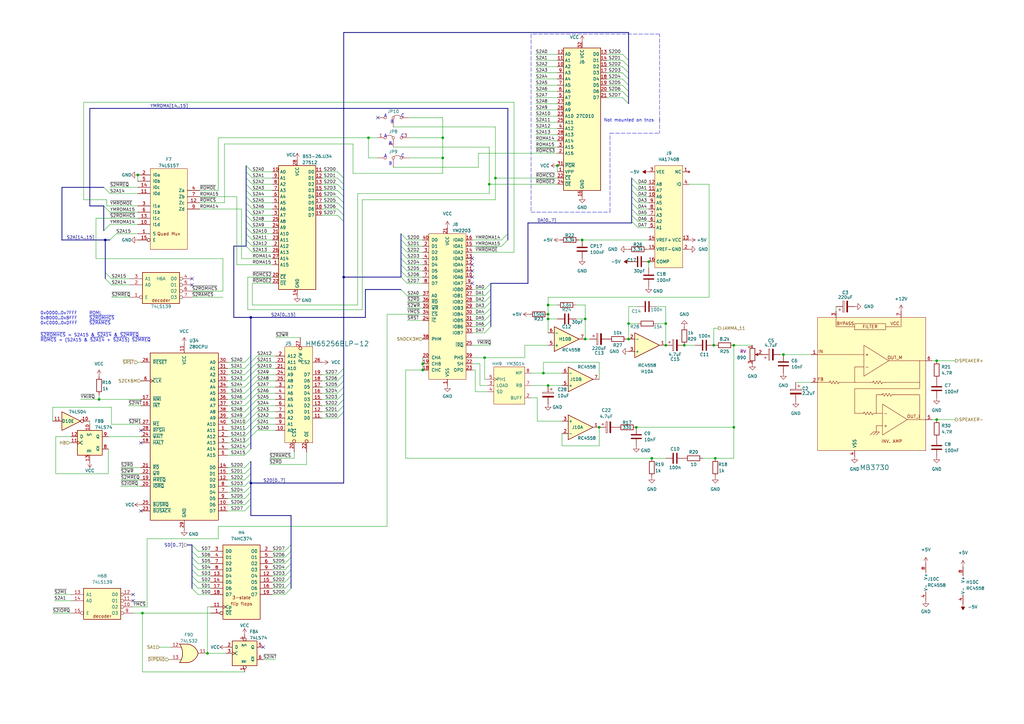
<source format=kicad_sch>
(kicad_sch (version 20211123) (generator eeschema)
  (paper "A3")
  (title_block (title "The NewZealand Story - P0-043A") (date "2022-11-16") (company "Ulf Skutnabba, twitter @skutis77"))
  (bus_alias "S2ROM" (members "~{ROMOE}" "ROMA15" "~{ROMCS}" "ROMA14"))
  (bus_alias "SROM" (members "~{ROMOE}" "ROMA[14..15]" "~{ROMCS}"))
  (junction (at 222.885 153.035))
  (junction (at 224.79 158.115))
  (junction (at 224.79 128.905))
  (junction (at 273.05 141.605))
  (junction (at 384.175 147.955))
  (junction (at 43.18 98.425))
  (junction (at 85.09 267.97))
  (junction (at 260.985 175.26))
  (junction (at 140.97 113.665))
  (junction (at 293.37 187.96))
  (junction (at 151.13 56.515))
  (junction (at 173.355 149.225))
  (junction (at 267.335 187.96))
  (junction (at 321.31 145.415))
  (junction (at 56.515 71.755))
  (junction (at 224.79 125.095))
  (junction (at 198.755 146.685))
  (junction (at 238.76 98.425))
  (junction (at 240.03 130.81))
  (junction (at 257.81 139.065))
  (junction (at 266.065 107.315))
  (junction (at 102.87 130.175))
  (junction (at 280.67 141.605))
  (junction (at 40.64 163.83))
  (junction (at 181.61 64.77))
  (junction (at 300.99 141.605))
  (junction (at 228.6 67.945))
  (junction (at 203.2 73.025))
  (junction (at 200.66 75.565))
  (junction (at 224.79 130.81))
  (junction (at 58.42 251.46))
  (junction (at 273.05 132.715))
  (junction (at 257.81 132.715))
  (junction (at 173.355 151.765))
  (junction (at 245.745 175.26))
  (junction (at 384.175 172.085))
  (junction (at 300.99 175.26))
  (junction (at 240.03 139.065))
  (junction (at 102.87 198.12))
  (junction (at 181.61 56.515))
  (junction (at 292.735 141.605))
  (no_connect (at 57.785 176.53))
  (no_connect (at 57.785 181.61))
  (no_connect (at 154.94 48.26))
  (no_connect (at 54.61 243.84))
  (no_connect (at 78.74 114.3))
  (no_connect (at 193.675 106.045))
  (no_connect (at 193.675 108.585))
  (no_connect (at 193.675 116.205))
  (no_connect (at 193.675 111.125))
  (no_connect (at 193.675 113.665))
  (no_connect (at 57.785 209.55))
  (no_connect (at 78.74 116.84))
  (no_connect (at 107.95 265.43))
  (no_connect (at 54.61 246.38))
  (bus_entry (at 164.465 103.505) (size 2.54 2.54))
  (bus_entry (at 259.08 73.025) (size 2.54 2.54))
  (bus_entry (at 116.84 243.84) (size 2.54 -2.54))
  (bus_entry (at 78.74 231.14) (size 2.54 2.54))
  (bus_entry (at 116.84 226.06) (size 2.54 -2.54))
  (bus_entry (at 201.295 133.985) (size -2.54 2.54))
  (bus_entry (at 138.43 161.29) (size 2.54 -2.54))
  (bus_entry (at 255.27 40.005) (size 2.54 2.54))
  (bus_entry (at 100.965 78.105) (size 2.54 2.54))
  (bus_entry (at 100.33 148.59) (size 2.54 -2.54))
  (bus_entry (at 201.295 121.285) (size -2.54 2.54))
  (bus_entry (at 100.965 70.485) (size 2.54 2.54))
  (bus_entry (at 205.74 98.425) (size 2.54 -2.54))
  (bus_entry (at 205.74 100.965) (size 2.54 -2.54))
  (bus_entry (at 138.43 85.725) (size 2.54 2.54))
  (bus_entry (at 100.33 166.37) (size 2.54 -2.54))
  (bus_entry (at 100.33 191.77) (size 2.54 -2.54))
  (bus_entry (at 100.33 181.61) (size 2.54 -2.54))
  (bus_entry (at 116.84 233.68) (size 2.54 -2.54))
  (bus_entry (at 138.43 83.185) (size 2.54 2.54))
  (bus_entry (at 116.84 228.6) (size 2.54 -2.54))
  (bus_entry (at 164.465 111.125) (size 2.54 2.54))
  (bus_entry (at 138.43 73.025) (size 2.54 2.54))
  (bus_entry (at 255.27 34.925) (size 2.54 2.54))
  (bus_entry (at 78.74 238.76) (size 2.54 2.54))
  (bus_entry (at 100.965 80.645) (size 2.54 2.54))
  (bus_entry (at 100.33 168.91) (size 2.54 -2.54))
  (bus_entry (at 116.84 231.14) (size 2.54 -2.54))
  (bus_entry (at 100.965 90.805) (size 2.54 2.54))
  (bus_entry (at 164.465 100.965) (size 2.54 2.54))
  (bus_entry (at 102.87 151.13) (size 2.54 -2.54))
  (bus_entry (at 78.74 228.6) (size 2.54 2.54))
  (bus_entry (at 138.43 80.645) (size 2.54 2.54))
  (bus_entry (at 100.33 207.01) (size 2.54 -2.54))
  (bus_entry (at 138.43 70.485) (size 2.54 2.54))
  (bus_entry (at 164.465 108.585) (size 2.54 2.54))
  (bus_entry (at 100.33 176.53) (size 2.54 -2.54))
  (bus_entry (at 164.465 95.885) (size 2.54 2.54))
  (bus_entry (at 259.08 80.645) (size 2.54 2.54))
  (bus_entry (at 100.965 75.565) (size 2.54 2.54))
  (bus_entry (at 102.87 179.07) (size 2.54 -2.54))
  (bus_entry (at 255.27 32.385) (size 2.54 2.54))
  (bus_entry (at 100.33 171.45) (size 2.54 -2.54))
  (bus_entry (at 102.87 173.99) (size 2.54 -2.54))
  (bus_entry (at 100.965 83.185) (size 2.54 2.54))
  (bus_entry (at 255.27 24.765) (size 2.54 2.54))
  (bus_entry (at 102.87 156.21) (size 2.54 -2.54))
  (bus_entry (at 259.08 75.565) (size 2.54 2.54))
  (bus_entry (at 100.33 163.83) (size 2.54 -2.54))
  (bus_entry (at 45.085 98.425) (size 2.54 -2.54))
  (bus_entry (at 42.545 76.835) (size 2.54 2.54))
  (bus_entry (at 43.18 111.76) (size 2.54 2.54))
  (bus_entry (at 43.18 114.3) (size 2.54 2.54))
  (bus_entry (at 100.965 67.945) (size 2.54 2.54))
  (bus_entry (at 164.465 118.745) (size 2.54 2.54))
  (bus_entry (at 100.33 194.31) (size 2.54 -2.54))
  (bus_entry (at 102.87 153.67) (size 2.54 -2.54))
  (bus_entry (at 138.43 168.91) (size 2.54 -2.54))
  (bus_entry (at 138.43 75.565) (size 2.54 2.54))
  (bus_entry (at 138.43 88.265) (size 2.54 2.54))
  (bus_entry (at 78.74 236.22) (size 2.54 2.54))
  (bus_entry (at 138.43 163.83) (size 2.54 -2.54))
  (bus_entry (at 100.965 98.425) (size 2.54 2.54))
  (bus_entry (at 100.33 204.47) (size 2.54 -2.54))
  (bus_entry (at 78.74 233.68) (size 2.54 2.54))
  (bus_entry (at 100.33 196.85) (size 2.54 -2.54))
  (bus_entry (at 102.87 163.83) (size 2.54 -2.54))
  (bus_entry (at 78.74 226.06) (size 2.54 2.54))
  (bus_entry (at 100.33 209.55) (size 2.54 -2.54))
  (bus_entry (at 78.74 241.3) (size 2.54 2.54))
  (bus_entry (at 100.965 88.265) (size 2.54 2.54))
  (bus_entry (at 138.43 158.75) (size 2.54 -2.54))
  (bus_entry (at 102.87 166.37) (size 2.54 -2.54))
  (bus_entry (at 138.43 166.37) (size 2.54 -2.54))
  (bus_entry (at 42.545 94.615) (size 2.54 -2.54))
  (bus_entry (at 42.545 84.455) (size 2.54 2.54))
  (bus_entry (at 259.08 85.725) (size 2.54 2.54))
  (bus_entry (at 255.27 27.305) (size 2.54 2.54))
  (bus_entry (at 201.295 118.745) (size -2.54 2.54))
  (bus_entry (at 259.08 78.105) (size 2.54 2.54))
  (bus_entry (at 100.33 153.67) (size 2.54 -2.54))
  (bus_entry (at 100.33 173.99) (size 2.54 -2.54))
  (bus_entry (at 116.84 238.76) (size 2.54 -2.54))
  (bus_entry (at 259.08 90.805) (size 2.54 2.54))
  (bus_entry (at 164.465 98.425) (size 2.54 2.54))
  (bus_entry (at 138.43 78.105) (size 2.54 2.54))
  (bus_entry (at 259.08 88.265) (size 2.54 2.54))
  (bus_entry (at 138.43 156.21) (size 2.54 -2.54))
  (bus_entry (at 100.965 73.025) (size 2.54 2.54))
  (bus_entry (at 100.33 201.93) (size 2.54 -2.54))
  (bus_entry (at 100.33 199.39) (size 2.54 -2.54))
  (bus_entry (at 164.465 106.045) (size 2.54 2.54))
  (bus_entry (at 259.08 83.185) (size 2.54 2.54))
  (bus_entry (at 102.87 158.75) (size 2.54 -2.54))
  (bus_entry (at 164.465 113.665) (size 2.54 2.54))
  (bus_entry (at 102.87 168.91) (size 2.54 -2.54))
  (bus_entry (at 201.295 128.905) (size -2.54 2.54))
  (bus_entry (at 100.33 158.75) (size 2.54 -2.54))
  (bus_entry (at 100.33 179.07) (size 2.54 -2.54))
  (bus_entry (at 102.87 161.29) (size 2.54 -2.54))
  (bus_entry (at 100.33 186.69) (size 2.54 -2.54))
  (bus_entry (at 100.965 85.725) (size 2.54 2.54))
  (bus_entry (at 116.84 241.3) (size 2.54 -2.54))
  (bus_entry (at 100.965 95.885) (size 2.54 2.54))
  (bus_entry (at 102.87 171.45) (size 2.54 -2.54))
  (bus_entry (at 201.295 131.445) (size -2.54 2.54))
  (bus_entry (at 116.84 236.22) (size 2.54 -2.54))
  (bus_entry (at 100.33 161.29) (size 2.54 -2.54))
  (bus_entry (at 255.27 22.225) (size 2.54 2.54))
  (bus_entry (at 100.965 100.965) (size 2.54 2.54))
  (bus_entry (at 100.33 151.13) (size 2.54 -2.54))
  (bus_entry (at 255.27 29.845) (size 2.54 2.54))
  (bus_entry (at 201.295 123.825) (size -2.54 2.54))
  (bus_entry (at 201.295 116.205) (size -2.54 2.54))
  (bus_entry (at 78.74 223.52) (size 2.54 2.54))
  (bus_entry (at 102.87 148.59) (size 2.54 -2.54))
  (bus_entry (at 138.43 153.67) (size 2.54 -2.54))
  (bus_entry (at 100.965 93.345) (size 2.54 2.54))
  (bus_entry (at 100.33 184.15) (size 2.54 -2.54))
  (bus_entry (at 138.43 171.45) (size 2.54 -2.54))
  (bus_entry (at 201.295 126.365) (size -2.54 2.54))
  (bus_entry (at 102.87 176.53) (size 2.54 -2.54))
  (bus_entry (at 100.33 156.21) (size 2.54 -2.54))
  (bus_entry (at 255.27 37.465) (size 2.54 2.54))
  (wire (pts (xy 85.09 267.97) (xy 92.71 267.97)))
  (wire (pts (xy 93.345 179.07) (xy 100.33 179.07)))
  (wire (pts (xy 103.505 116.205) (xy 111.76 116.205)))
  (wire (pts (xy 111.76 241.3) (xy 116.84 241.3)))
  (polyline (pts (xy 270.51 48.895) (xy 270.51 54.61)))
  (wire (pts (xy 167.005 121.285) (xy 173.355 121.285)))
  (wire (pts (xy 132.08 83.185) (xy 138.43 83.185)))
  (bus (pts (xy 257.81 42.545) (xy 257.81 40.005)))
  (bus (pts (xy 100.965 93.345) (xy 100.965 95.885)))
  (wire (pts (xy 81.915 83.185) (xy 92.075 83.185)))
  (wire (pts (xy 89.535 78.105) (xy 89.535 56.515)))
  (bus (pts (xy 102.87 163.83) (xy 102.87 166.37)))
  (wire (pts (xy 342.9 125.73) (xy 342.9 127.635)))
  (wire (pts (xy 132.08 75.565) (xy 138.43 75.565)))
  (wire (pts (xy 167.005 100.965) (xy 173.355 100.965)))
  (bus (pts (xy 102.87 196.85) (xy 102.87 198.12)))
  (wire (pts (xy 39.37 106.045) (xy 91.44 106.045)))
  (wire (pts (xy 219.71 50.165) (xy 228.6 50.165)))
  (wire (pts (xy 103.505 95.885) (xy 111.76 95.885)))
  (wire (pts (xy 132.08 171.45) (xy 138.43 171.45)))
  (wire (pts (xy 193.675 131.445) (xy 198.755 131.445)))
  (bus (pts (xy 259.08 85.725) (xy 259.08 88.265)))
  (wire (pts (xy 99.06 106.045) (xy 111.76 106.045)))
  (wire (pts (xy 93.345 171.45) (xy 100.33 171.45)))
  (bus (pts (xy 257.81 29.845) (xy 257.81 27.305)))
  (wire (pts (xy 198.755 146.685) (xy 215.265 146.685)))
  (wire (pts (xy 257.81 102.235) (xy 257.175 102.235)))
  (bus (pts (xy 140.97 161.29) (xy 140.97 163.83)))
  (wire (pts (xy 293.37 141.605) (xy 292.735 141.605)))
  (wire (pts (xy 105.41 166.37) (xy 113.03 166.37)))
  (wire (pts (xy 261.62 78.105) (xy 266.065 78.105)))
  (wire (pts (xy 248.92 24.765) (xy 255.27 24.765)))
  (wire (pts (xy 93.345 156.21) (xy 100.33 156.21)))
  (wire (pts (xy 120.65 187.96) (xy 120.65 185.42)))
  (wire (pts (xy 45.085 79.375) (xy 56.515 79.375)))
  (wire (pts (xy 292.735 141.605) (xy 292.735 134.62)))
  (wire (pts (xy 273.05 141.605) (xy 273.05 132.715)))
  (wire (pts (xy 93.345 199.39) (xy 100.33 199.39)))
  (wire (pts (xy 203.2 52.07) (xy 203.2 73.025)))
  (bus (pts (xy 201.295 116.205) (xy 216.535 116.205)))
  (wire (pts (xy 144.78 71.12) (xy 181.61 71.12)))
  (wire (pts (xy 107.95 270.51) (xy 113.03 270.51)))
  (wire (pts (xy 166.37 151.765) (xy 166.37 187.96)))
  (wire (pts (xy 101.6 127) (xy 148.59 127)))
  (polyline (pts (xy 250.19 54.61) (xy 270.51 54.61)))
  (wire (pts (xy 248.92 32.385) (xy 255.27 32.385)))
  (wire (pts (xy 292.735 134.62) (xy 294.64 134.62)))
  (wire (pts (xy 52.705 166.37) (xy 57.785 166.37)))
  (wire (pts (xy 224.79 125.095) (xy 228.6 125.095)))
  (wire (pts (xy 230.505 182.88) (xy 230.505 177.8)))
  (wire (pts (xy 58.42 251.46) (xy 86.36 251.46)))
  (wire (pts (xy 151.13 56.515) (xy 154.94 56.515)))
  (bus (pts (xy 164.465 106.045) (xy 164.465 108.585)))
  (wire (pts (xy 173.355 149.225) (xy 173.355 151.765)))
  (wire (pts (xy 167.005 108.585) (xy 173.355 108.585)))
  (wire (pts (xy 224.79 130.81) (xy 224.79 128.905)))
  (wire (pts (xy 151.13 64.77) (xy 154.94 64.77)))
  (wire (pts (xy 103.505 93.345) (xy 111.76 93.345)))
  (bus (pts (xy 78.74 228.6) (xy 78.74 231.14)))
  (wire (pts (xy 22.225 246.38) (xy 29.21 246.38)))
  (wire (pts (xy 219.71 57.785) (xy 228.6 57.785)))
  (bus (pts (xy 140.97 153.67) (xy 140.97 156.21)))
  (wire (pts (xy 111.76 243.84) (xy 116.84 243.84)))
  (bus (pts (xy 140.97 73.025) (xy 140.97 75.565)))
  (bus (pts (xy 95.885 100.965) (xy 95.885 130.175)))
  (polyline (pts (xy 217.805 86.995) (xy 250.19 86.995)))
  (bus (pts (xy 102.87 199.39) (xy 102.87 201.93)))
  (bus (pts (xy 119.38 231.14) (xy 119.38 233.68)))
  (wire (pts (xy 103.505 98.425) (xy 111.76 98.425)))
  (wire (pts (xy 103.505 80.645) (xy 111.76 80.645)))
  (wire (pts (xy 93.345 181.61) (xy 100.33 181.61)))
  (wire (pts (xy 219.71 47.625) (xy 228.6 47.625)))
  (wire (pts (xy 220.345 163.195) (xy 217.805 163.195)))
  (wire (pts (xy 158.75 128.905) (xy 173.355 128.905)))
  (wire (pts (xy 167.005 123.825) (xy 173.355 123.825)))
  (wire (pts (xy 248.92 37.465) (xy 255.27 37.465)))
  (bus (pts (xy 102.87 204.47) (xy 102.87 207.01)))
  (wire (pts (xy 97.155 108.585) (xy 97.155 80.645)))
  (bus (pts (xy 259.08 75.565) (xy 259.08 78.105)))
  (wire (pts (xy 60.325 248.92) (xy 60.325 220.98)))
  (wire (pts (xy 111.76 226.06) (xy 116.84 226.06)))
  (wire (pts (xy 43.815 81.915) (xy 43.815 84.455)))
  (wire (pts (xy 58.42 275.59) (xy 100.33 275.59)))
  (bus (pts (xy 140.97 163.83) (xy 140.97 166.37)))
  (bus (pts (xy 25.4 76.835) (xy 42.545 76.835)))
  (wire (pts (xy 65.405 265.43) (xy 69.85 265.43)))
  (wire (pts (xy 181.61 56.515) (xy 181.61 64.77)))
  (bus (pts (xy 100.965 80.645) (xy 100.965 83.185)))
  (wire (pts (xy 132.08 70.485) (xy 138.43 70.485)))
  (wire (pts (xy 382.27 147.955) (xy 384.175 147.955)))
  (wire (pts (xy 245.745 148.59) (xy 222.885 148.59)))
  (bus (pts (xy 164.465 108.585) (xy 164.465 111.125)))
  (wire (pts (xy 45.085 92.075) (xy 56.515 92.075)))
  (wire (pts (xy 101.6 113.665) (xy 101.6 127)))
  (bus (pts (xy 140.97 113.665) (xy 140.97 151.13)))
  (wire (pts (xy 181.61 64.77) (xy 167.64 64.77)))
  (bus (pts (xy 259.08 80.645) (xy 259.08 83.185)))
  (bus (pts (xy 164.465 103.505) (xy 164.465 106.045)))
  (wire (pts (xy 193.675 136.525) (xy 198.755 136.525)))
  (wire (pts (xy 219.71 55.245) (xy 228.6 55.245)))
  (wire (pts (xy 45.72 167.005) (xy 21.59 167.005)))
  (bus (pts (xy 78.74 231.14) (xy 78.74 233.68)))
  (bus (pts (xy 257.81 24.765) (xy 257.81 13.335)))
  (bus (pts (xy 100.965 85.725) (xy 100.965 88.265)))
  (wire (pts (xy 78.74 121.92) (xy 91.44 121.92)))
  (bus (pts (xy 102.87 179.07) (xy 102.87 181.61)))
  (wire (pts (xy 45.72 173.99) (xy 45.72 167.005)))
  (wire (pts (xy 81.915 78.105) (xy 89.535 78.105)))
  (wire (pts (xy 219.71 22.225) (xy 228.6 22.225)))
  (wire (pts (xy 167.005 111.125) (xy 173.355 111.125)))
  (wire (pts (xy 167.005 106.045) (xy 173.355 106.045)))
  (bus (pts (xy 140.97 168.91) (xy 140.97 198.12)))
  (wire (pts (xy 113.03 138.43) (xy 123.19 138.43)))
  (bus (pts (xy 102.87 161.29) (xy 102.87 163.83)))
  (wire (pts (xy 132.08 163.83) (xy 138.43 163.83)))
  (wire (pts (xy 81.915 80.645) (xy 97.155 80.645)))
  (polyline (pts (xy 270.51 13.97) (xy 217.805 13.97)))
  (wire (pts (xy 194.945 151.765) (xy 194.945 160.655)))
  (wire (pts (xy 148.59 127) (xy 148.59 81.915)))
  (bus (pts (xy 102.87 168.91) (xy 102.87 171.45)))
  (wire (pts (xy 181.61 71.12) (xy 181.61 64.77)))
  (bus (pts (xy 102.87 130.175) (xy 95.885 130.175)))
  (wire (pts (xy 81.28 231.14) (xy 86.36 231.14)))
  (wire (pts (xy 103.505 85.725) (xy 111.76 85.725)))
  (wire (pts (xy 93.345 166.37) (xy 100.33 166.37)))
  (wire (pts (xy 57.785 173.99) (xy 45.72 173.99)))
  (wire (pts (xy 81.915 85.725) (xy 99.06 85.725)))
  (wire (pts (xy 81.28 238.76) (xy 86.36 238.76)))
  (wire (pts (xy 196.215 62.865) (xy 228.6 62.865)))
  (wire (pts (xy 93.345 151.13) (xy 100.33 151.13)))
  (bus (pts (xy 102.87 166.37) (xy 102.87 168.91)))
  (bus (pts (xy 140.97 156.21) (xy 140.97 158.75)))
  (wire (pts (xy 125.73 190.5) (xy 125.73 185.42)))
  (bus (pts (xy 201.295 133.985) (xy 201.295 131.445)))
  (wire (pts (xy 161.29 52.07) (xy 203.2 52.07)))
  (wire (pts (xy 92.075 83.185) (xy 92.075 59.055)))
  (wire (pts (xy 166.37 187.96) (xy 267.335 187.96)))
  (wire (pts (xy 105.41 158.75) (xy 113.03 158.75)))
  (wire (pts (xy 219.71 32.385) (xy 228.6 32.385)))
  (wire (pts (xy 132.08 161.29) (xy 138.43 161.29)))
  (wire (pts (xy 93.345 153.67) (xy 100.33 153.67)))
  (bus (pts (xy 259.08 73.025) (xy 259.08 75.565)))
  (wire (pts (xy 49.53 194.31) (xy 57.785 194.31)))
  (bus (pts (xy 208.28 44.45) (xy 208.28 95.885)))
  (wire (pts (xy 219.71 52.705) (xy 228.6 52.705)))
  (wire (pts (xy 166.37 151.765) (xy 173.355 151.765)))
  (wire (pts (xy 210.82 103.505) (xy 210.82 41.91)))
  (wire (pts (xy 132.08 88.265) (xy 138.43 88.265)))
  (wire (pts (xy 93.345 176.53) (xy 100.33 176.53)))
  (wire (pts (xy 167.005 113.665) (xy 173.355 113.665)))
  (wire (pts (xy 40.64 161.925) (xy 40.64 163.83)))
  (wire (pts (xy 261.62 93.345) (xy 266.065 93.345)))
  (wire (pts (xy 167.64 56.515) (xy 181.61 56.515)))
  (wire (pts (xy 105.41 171.45) (xy 113.03 171.45)))
  (wire (pts (xy 167.005 126.365) (xy 173.355 126.365)))
  (wire (pts (xy 93.345 173.99) (xy 100.33 173.99)))
  (wire (pts (xy 224.79 128.905) (xy 224.79 125.095)))
  (wire (pts (xy 22.86 179.07) (xy 29.21 179.07)))
  (bus (pts (xy 43.18 98.425) (xy 25.4 98.425)))
  (bus (pts (xy 25.4 98.425) (xy 25.4 76.835)))
  (wire (pts (xy 384.175 147.955) (xy 391.795 147.955)))
  (wire (pts (xy 45.72 116.84) (xy 53.34 116.84)))
  (wire (pts (xy 219.71 34.925) (xy 228.6 34.925)))
  (bus (pts (xy 119.38 223.52) (xy 119.38 226.06)))
  (bus (pts (xy 259.08 78.105) (xy 259.08 80.645)))
  (wire (pts (xy 193.675 98.425) (xy 205.74 98.425)))
  (bus (pts (xy 140.97 151.13) (xy 140.97 153.67)))
  (bus (pts (xy 140.97 80.645) (xy 140.97 83.185)))
  (wire (pts (xy 22.86 194.31) (xy 44.45 194.31)))
  (wire (pts (xy 193.675 149.225) (xy 196.85 149.225)))
  (wire (pts (xy 240.03 139.065) (xy 240.03 130.81)))
  (wire (pts (xy 200.66 75.565) (xy 228.6 75.565)))
  (wire (pts (xy 132.08 153.67) (xy 138.43 153.67)))
  (wire (pts (xy 167.64 48.26) (xy 181.61 48.26)))
  (wire (pts (xy 93.345 207.01) (xy 100.33 207.01)))
  (wire (pts (xy 267.335 187.96) (xy 273.05 187.96)))
  (wire (pts (xy 224.79 130.81) (xy 228.6 130.81)))
  (wire (pts (xy 105.41 168.91) (xy 113.03 168.91)))
  (wire (pts (xy 248.92 29.845) (xy 255.27 29.845)))
  (bus (pts (xy 140.97 158.75) (xy 140.97 161.29)))
  (wire (pts (xy 89.535 220.98) (xy 89.535 215.9)))
  (bus (pts (xy 257.81 34.925) (xy 257.81 32.385)))
  (bus (pts (xy 140.97 88.265) (xy 140.97 90.805)))
  (bus (pts (xy 78.74 233.68) (xy 78.74 236.22)))
  (wire (pts (xy 105.41 161.29) (xy 113.03 161.29)))
  (wire (pts (xy 200.66 60.325) (xy 200.66 75.565)))
  (wire (pts (xy 220.345 163.195) (xy 220.345 172.72)))
  (wire (pts (xy 93.345 163.83) (xy 100.33 163.83)))
  (wire (pts (xy 222.885 148.59) (xy 222.885 153.035)))
  (wire (pts (xy 93.345 201.93) (xy 100.33 201.93)))
  (bus (pts (xy 257.81 40.005) (xy 257.81 37.465)))
  (bus (pts (xy 164.465 100.965) (xy 164.465 103.505)))
  (wire (pts (xy 56.515 71.755) (xy 56.515 74.295)))
  (bus (pts (xy 216.535 91.44) (xy 259.08 91.44)))
  (wire (pts (xy 240.03 139.065) (xy 241.935 139.065)))
  (bus (pts (xy 102.87 198.12) (xy 140.97 198.12)))
  (bus (pts (xy 100.965 70.485) (xy 100.965 73.025)))
  (wire (pts (xy 196.85 158.115) (xy 200.025 158.115)))
  (wire (pts (xy 89.535 215.9) (xy 158.75 215.9)))
  (bus (pts (xy 201.295 131.445) (xy 201.295 128.905)))
  (bus (pts (xy 259.08 88.265) (xy 259.08 90.805)))
  (wire (pts (xy 240.03 130.81) (xy 240.03 125.095)))
  (bus (pts (xy 140.97 166.37) (xy 140.97 168.91)))
  (bus (pts (xy 257.81 32.385) (xy 257.81 29.845)))
  (wire (pts (xy 217.805 158.115) (xy 224.79 158.115)))
  (wire (pts (xy 105.41 163.83) (xy 113.03 163.83)))
  (wire (pts (xy 111.76 228.6) (xy 116.84 228.6)))
  (wire (pts (xy 103.505 125.095) (xy 146.685 125.095)))
  (wire (pts (xy 89.535 56.515) (xy 151.13 56.515)))
  (wire (pts (xy 167.005 103.505) (xy 173.355 103.505)))
  (wire (pts (xy 101.6 113.665) (xy 111.76 113.665)))
  (wire (pts (xy 54.61 251.46) (xy 58.42 251.46)))
  (wire (pts (xy 103.505 70.485) (xy 111.76 70.485)))
  (bus (pts (xy 257.81 37.465) (xy 257.81 34.925)))
  (wire (pts (xy 60.325 220.98) (xy 89.535 220.98)))
  (wire (pts (xy 103.505 116.205) (xy 103.505 125.095)))
  (wire (pts (xy 288.29 187.96) (xy 293.37 187.96)))
  (wire (pts (xy 99.06 106.045) (xy 99.06 85.725)))
  (wire (pts (xy 161.29 60.325) (xy 200.66 60.325)))
  (wire (pts (xy 93.345 184.15) (xy 100.33 184.15)))
  (wire (pts (xy 320.04 145.415) (xy 321.31 145.415)))
  (wire (pts (xy 196.215 68.58) (xy 196.215 62.865)))
  (bus (pts (xy 102.87 171.45) (xy 102.87 173.99)))
  (wire (pts (xy 248.92 22.225) (xy 255.27 22.225)))
  (wire (pts (xy 81.28 243.84) (xy 86.36 243.84)))
  (wire (pts (xy 196.85 158.115) (xy 196.85 149.225)))
  (wire (pts (xy 81.28 236.22) (xy 86.36 236.22)))
  (bus (pts (xy 102.87 148.59) (xy 102.87 151.13)))
  (wire (pts (xy 193.675 133.985) (xy 198.755 133.985)))
  (wire (pts (xy 238.76 98.425) (xy 237.49 98.425)))
  (bus (pts (xy 119.38 236.22) (xy 119.38 238.76)))
  (wire (pts (xy 219.71 60.325) (xy 228.6 60.325)))
  (wire (pts (xy 261.62 90.805) (xy 266.065 90.805)))
  (wire (pts (xy 219.71 27.305) (xy 228.6 27.305)))
  (bus (pts (xy 43.18 111.76) (xy 43.18 98.425)))
  (wire (pts (xy 248.92 40.005) (xy 255.27 40.005)))
  (wire (pts (xy 93.345 161.29) (xy 100.33 161.29)))
  (wire (pts (xy 257.175 139.065) (xy 257.81 139.065)))
  (wire (pts (xy 248.92 27.305) (xy 255.27 27.305)))
  (bus (pts (xy 100.965 88.265) (xy 100.965 90.805)))
  (wire (pts (xy 224.79 158.115) (xy 230.505 158.115)))
  (wire (pts (xy 282.575 75.565) (xy 290.83 75.565)))
  (wire (pts (xy 300.99 175.26) (xy 300.99 141.605)))
  (wire (pts (xy 384.175 172.085) (xy 391.795 172.085)))
  (bus (pts (xy 100.965 83.185) (xy 100.965 85.725)))
  (wire (pts (xy 266.065 109.855) (xy 266.065 107.315)))
  (bus (pts (xy 119.38 226.06) (xy 119.38 228.6)))
  (wire (pts (xy 261.62 83.185) (xy 266.065 83.185)))
  (wire (pts (xy 236.22 130.81) (xy 240.03 130.81)))
  (wire (pts (xy 43.815 84.455) (xy 56.515 84.455)))
  (wire (pts (xy 132.08 166.37) (xy 138.43 166.37)))
  (wire (pts (xy 45.085 86.995) (xy 56.515 86.995)))
  (wire (pts (xy 167.005 116.205) (xy 173.355 116.205)))
  (bus (pts (xy 100.965 100.965) (xy 95.885 100.965)))
  (wire (pts (xy 45.72 121.92) (xy 53.34 121.92)))
  (wire (pts (xy 54.61 248.92) (xy 60.325 248.92)))
  (bus (pts (xy 100.965 73.025) (xy 100.965 75.565)))
  (wire (pts (xy 21.59 167.005) (xy 21.59 172.72)))
  (wire (pts (xy 132.08 158.75) (xy 138.43 158.75)))
  (wire (pts (xy 86.36 248.92) (xy 85.09 248.92)))
  (bus (pts (xy 102.87 158.75) (xy 102.87 161.29)))
  (bus (pts (xy 100.965 67.945) (xy 100.965 70.485)))
  (wire (pts (xy 300.99 187.96) (xy 300.99 175.26)))
  (wire (pts (xy 261.62 80.645) (xy 266.065 80.645)))
  (wire (pts (xy 173.355 146.685) (xy 173.355 149.225)))
  (wire (pts (xy 81.28 226.06) (xy 86.36 226.06)))
  (wire (pts (xy 148.59 81.915) (xy 203.2 81.915)))
  (bus (pts (xy 102.87 151.13) (xy 102.87 153.67)))
  (wire (pts (xy 193.675 126.365) (xy 198.755 126.365)))
  (wire (pts (xy 34.29 81.915) (xy 43.815 81.915)))
  (bus (pts (xy 201.295 126.365) (xy 201.295 123.825)))
  (wire (pts (xy 40.64 163.83) (xy 57.785 163.83)))
  (bus (pts (xy 102.87 146.05) (xy 102.87 130.175)))
  (wire (pts (xy 261.62 75.565) (xy 266.065 75.565)))
  (wire (pts (xy 92.075 59.055) (xy 144.78 59.055)))
  (wire (pts (xy 326.39 156.845) (xy 332.74 156.845)))
  (wire (pts (xy 105.41 173.99) (xy 113.03 173.99)))
  (wire (pts (xy 248.92 34.925) (xy 255.27 34.925)))
  (wire (pts (xy 45.085 76.835) (xy 56.515 76.835)))
  (wire (pts (xy 273.05 125.73) (xy 273.05 132.715)))
  (bus (pts (xy 164.465 98.425) (xy 164.465 100.965)))
  (wire (pts (xy 193.675 146.685) (xy 198.755 146.685)))
  (wire (pts (xy 93.345 148.59) (xy 100.33 148.59)))
  (polyline (pts (xy 270.51 49.53) (xy 270.51 13.97)))
  (wire (pts (xy 146.685 125.095) (xy 146.685 79.375)))
  (wire (pts (xy 219.71 45.085) (xy 228.6 45.085)))
  (wire (pts (xy 44.45 184.15) (xy 44.45 194.31)))
  (wire (pts (xy 220.345 172.72) (xy 230.505 172.72)))
  (bus (pts (xy 140.97 90.805) (xy 140.97 113.665)))
  (wire (pts (xy 224.79 121.92) (xy 290.83 121.92)))
  (bus (pts (xy 119.38 238.76) (xy 119.38 241.3)))
  (bus (pts (xy 102.87 153.67) (xy 102.87 156.21)))
  (polyline (pts (xy 250.19 86.995) (xy 250.19 54.61)))
  (wire (pts (xy 103.505 83.185) (xy 111.76 83.185)))
  (bus (pts (xy 164.465 111.125) (xy 164.465 113.665)))
  (wire (pts (xy 105.41 148.59) (xy 113.03 148.59)))
  (wire (pts (xy 167.005 98.425) (xy 173.355 98.425)))
  (wire (pts (xy 111.76 231.14) (xy 116.84 231.14)))
  (bus (pts (xy 78.74 236.22) (xy 78.74 238.76)))
  (bus (pts (xy 102.87 189.23) (xy 102.87 191.77)))
  (wire (pts (xy 93.345 158.75) (xy 100.33 158.75)))
  (wire (pts (xy 321.31 145.415) (xy 332.74 145.415)))
  (bus (pts (xy 43.18 114.3) (xy 43.18 111.76)))
  (bus (pts (xy 259.08 91.44) (xy 259.08 90.805)))
  (wire (pts (xy 93.345 191.77) (xy 100.33 191.77)))
  (wire (pts (xy 219.71 29.845) (xy 228.6 29.845)))
  (wire (pts (xy 44.45 179.07) (xy 57.785 179.07)))
  (wire (pts (xy 105.41 146.05) (xy 113.03 146.05)))
  (wire (pts (xy 193.675 103.505) (xy 210.82 103.505)))
  (wire (pts (xy 22.225 243.84) (xy 29.21 243.84)))
  (wire (pts (xy 103.505 73.025) (xy 111.76 73.025)))
  (wire (pts (xy 45.72 114.3) (xy 53.34 114.3)))
  (wire (pts (xy 111.76 238.76) (xy 116.84 238.76)))
  (wire (pts (xy 132.08 156.21) (xy 138.43 156.21)))
  (wire (pts (xy 110.49 187.96) (xy 120.65 187.96)))
  (bus (pts (xy 149.86 130.175) (xy 102.87 130.175)))
  (wire (pts (xy 245.745 155.575) (xy 245.745 148.59)))
  (wire (pts (xy 105.41 156.21) (xy 113.03 156.21)))
  (bus (pts (xy 42.545 94.615) (xy 42.545 84.455)))
  (wire (pts (xy 219.71 40.005) (xy 228.6 40.005)))
  (bus (pts (xy 259.08 83.185) (xy 259.08 85.725)))
  (wire (pts (xy 280.67 141.605) (xy 285.115 141.605)))
  (bus (pts (xy 102.87 181.61) (xy 102.87 184.15)))
  (wire (pts (xy 58.42 251.46) (xy 58.42 275.59)))
  (wire (pts (xy 56.515 148.59) (xy 57.785 148.59)))
  (wire (pts (xy 132.08 78.105) (xy 138.43 78.105)))
  (wire (pts (xy 193.675 100.965) (xy 205.74 100.965)))
  (wire (pts (xy 111.76 233.68) (xy 116.84 233.68)))
  (wire (pts (xy 193.675 141.605) (xy 201.295 141.605)))
  (wire (pts (xy 103.505 75.565) (xy 111.76 75.565)))
  (wire (pts (xy 39.37 89.535) (xy 56.515 89.535)))
  (bus (pts (xy 201.295 118.745) (xy 201.295 116.205)))
  (wire (pts (xy 181.61 48.26) (xy 181.61 56.515)))
  (bus (pts (xy 100.965 75.565) (xy 100.965 78.105)))
  (wire (pts (xy 105.41 151.13) (xy 113.03 151.13)))
  (wire (pts (xy 198.755 155.575) (xy 198.755 146.685)))
  (bus (pts (xy 201.295 123.825) (xy 201.295 121.285)))
  (wire (pts (xy 132.08 85.725) (xy 138.43 85.725)))
  (bus (pts (xy 201.295 128.905) (xy 201.295 126.365)))
  (polyline (pts (xy 217.805 13.97) (xy 217.805 86.995)))
  (wire (pts (xy 34.29 41.91) (xy 34.29 81.915)))
  (bus (pts (xy 100.965 90.805) (xy 100.965 93.345)))
  (wire (pts (xy 103.505 78.105) (xy 111.76 78.105)))
  (wire (pts (xy 167.005 131.445) (xy 173.355 131.445)))
  (wire (pts (xy 103.505 90.805) (xy 111.76 90.805)))
  (bus (pts (xy 119.38 228.6) (xy 119.38 231.14)))
  (wire (pts (xy 224.79 125.095) (xy 224.79 121.92)))
  (wire (pts (xy 224.79 136.525) (xy 224.79 130.81)))
  (wire (pts (xy 261.62 125.73) (xy 257.81 125.73)))
  (bus (pts (xy 201.295 121.285) (xy 201.295 118.745)))
  (bus (pts (xy 102.87 176.53) (xy 102.87 179.07)))
  (wire (pts (xy 261.62 85.725) (xy 266.065 85.725)))
  (wire (pts (xy 93.345 196.85) (xy 100.33 196.85)))
  (wire (pts (xy 194.945 160.655) (xy 200.025 160.655)))
  (wire (pts (xy 260.985 175.26) (xy 300.99 175.26)))
  (bus (pts (xy 119.38 211.455) (xy 119.38 223.52)))
  (bus (pts (xy 140.97 85.725) (xy 140.97 88.265)))
  (bus (pts (xy 164.465 95.885) (xy 164.465 98.425)))
  (wire (pts (xy 103.505 100.965) (xy 111.76 100.965)))
  (bus (pts (xy 102.87 146.05) (xy 102.87 148.59)))
  (bus (pts (xy 208.28 95.885) (xy 208.28 98.425)))
  (wire (pts (xy 144.78 59.055) (xy 144.78 71.12)))
  (wire (pts (xy 203.2 73.025) (xy 228.6 73.025)))
  (wire (pts (xy 69.215 270.51) (xy 69.85 270.51)))
  (wire (pts (xy 261.62 132.715) (xy 257.81 132.715)))
  (bus (pts (xy 43.18 98.425) (xy 45.085 98.425)))
  (bus (pts (xy 216.535 116.205) (xy 216.535 91.44)))
  (bus (pts (xy 100.965 78.105) (xy 100.965 80.645)))
  (wire (pts (xy 132.08 80.645) (xy 138.43 80.645)))
  (bus (pts (xy 100.965 95.885) (xy 100.965 98.425)))
  (wire (pts (xy 265.43 102.235) (xy 266.065 102.235)))
  (wire (pts (xy 161.29 68.58) (xy 196.215 68.58)))
  (wire (pts (xy 257.81 125.73) (xy 257.81 132.715)))
  (wire (pts (xy 103.505 88.265) (xy 111.76 88.265)))
  (wire (pts (xy 33.02 163.83) (xy 40.64 163.83)))
  (wire (pts (xy 215.265 141.605) (xy 224.79 141.605)))
  (wire (pts (xy 93.345 204.47) (xy 100.33 204.47)))
  (wire (pts (xy 105.41 153.67) (xy 113.03 153.67)))
  (bus (pts (xy 102.87 191.77) (xy 102.87 194.31)))
  (wire (pts (xy 49.53 199.39) (xy 57.785 199.39)))
  (wire (pts (xy 105.41 176.53) (xy 113.03 176.53)))
  (bus (pts (xy 78.74 238.76) (xy 78.74 241.3)))
  (bus (pts (xy 102.87 156.21) (xy 102.87 158.75)))
  (wire (pts (xy 210.82 41.91) (xy 34.29 41.91)))
  (wire (pts (xy 97.155 108.585) (xy 111.76 108.585)))
  (wire (pts (xy 91.44 106.045) (xy 91.44 119.38)))
  (wire (pts (xy 81.28 233.68) (xy 86.36 233.68)))
  (bus (pts (xy 257.81 13.335) (xy 140.97 13.335)))
  (wire (pts (xy 217.805 153.035) (xy 222.885 153.035)))
  (bus (pts (xy 140.97 75.565) (xy 140.97 78.105)))
  (bus (pts (xy 119.38 233.68) (xy 119.38 236.22)))
  (bus (pts (xy 140.97 113.665) (xy 164.465 113.665)))
  (wire (pts (xy 93.345 168.91) (xy 100.33 168.91)))
  (bus (pts (xy 140.97 13.335) (xy 140.97 73.025)))
  (wire (pts (xy 47.625 95.885) (xy 56.515 95.885)))
  (wire (pts (xy 257.81 132.715) (xy 257.81 139.065)))
  (bus (pts (xy 102.87 173.99) (xy 102.87 176.53)))
  (wire (pts (xy 219.71 24.765) (xy 228.6 24.765)))
  (wire (pts (xy 111.76 236.22) (xy 116.84 236.22)))
  (bus (pts (xy 36.83 84.455) (xy 36.83 44.45)))
  (bus (pts (xy 78.74 223.52) (xy 78.74 226.06)))
  (wire (pts (xy 245.745 182.88) (xy 230.505 182.88)))
  (wire (pts (xy 269.24 125.73) (xy 273.05 125.73)))
  (wire (pts (xy 384.175 172.085) (xy 382.27 172.085)))
  (wire (pts (xy 78.74 119.38) (xy 91.44 119.38)))
  (bus (pts (xy 149.86 118.745) (xy 149.86 130.175)))
  (wire (pts (xy 261.62 88.265) (xy 266.065 88.265)))
  (wire (pts (xy 22.86 194.31) (xy 22.86 179.07)))
  (wire (pts (xy 236.22 125.095) (xy 240.03 125.095)))
  (bus (pts (xy 102.87 201.93) (xy 102.87 204.47)))
  (wire (pts (xy 132.08 73.025) (xy 138.43 73.025)))
  (wire (pts (xy 85.09 248.92) (xy 85.09 267.97)))
  (bus (pts (xy 102.87 198.12) (xy 102.87 199.39)))
  (bus (pts (xy 102.87 207.01) (xy 102.87 211.455)))
  (bus (pts (xy 100.965 98.425) (xy 100.965 100.965)))
  (bus (pts (xy 42.545 84.455) (xy 36.83 84.455)))
  (wire (pts (xy 93.345 209.55) (xy 100.33 209.55)))
  (wire (pts (xy 28.575 181.61) (xy 29.21 181.61)))
  (wire (pts (xy 36.83 172.72) (xy 36.83 173.99)))
  (bus (pts (xy 140.97 83.185) (xy 140.97 85.725)))
  (bus (pts (xy 102.87 194.31) (xy 102.87 196.85)))
  (wire (pts (xy 200.025 155.575) (xy 198.755 155.575)))
  (bus (pts (xy 257.81 27.305) (xy 257.81 24.765)))
  (bus (pts (xy 36.83 44.45) (xy 208.28 44.45)))
  (wire (pts (xy 203.2 81.915) (xy 203.2 73.025)))
  (wire (pts (xy 49.53 196.85) (xy 57.785 196.85)))
  (wire (pts (xy 228.6 67.945) (xy 228.6 70.485)))
  (wire (pts (xy 193.675 123.825) (xy 198.755 123.825)))
  (wire (pts (xy 300.99 141.605) (xy 308.61 141.605)))
  (wire (pts (xy 93.345 194.31) (xy 100.33 194.31)))
  (bus (pts (xy 119.38 211.455) (xy 102.87 211.455)))
  (wire (pts (xy 103.505 103.505) (xy 111.76 103.505)))
  (wire (pts (xy 151.13 56.515) (xy 151.13 64.77)))
  (wire (pts (xy 81.28 228.6) (xy 86.36 228.6)))
  (bus (pts (xy 78.74 226.06) (xy 78.74 228.6)))
  (wire (pts (xy 293.37 187.96) (xy 300.99 187.96)))
  (wire (pts (xy 215.265 141.605) (xy 215.265 146.685)))
  (bus (pts (xy 140.97 78.105) (xy 140.97 80.645)))
  (wire (pts (xy 219.71 37.465) (xy 228.6 37.465)))
  (wire (pts (xy 146.685 79.375) (xy 200.66 79.375)))
  (bus (pts (xy 164.465 118.745) (xy 149.86 118.745)))
  (wire (pts (xy 193.675 151.765) (xy 194.945 151.765)))
  (wire (pts (xy 110.49 190.5) (xy 125.73 190.5)))
  (wire (pts (xy 193.675 121.285) (xy 198.755 121.285)))
  (bus (pts (xy 76.835 223.52) (xy 78.74 223.52)))
  (wire (pts (xy 49.53 191.77) (xy 57.785 191.77)))
  (wire (pts (xy 273.05 132.715) (xy 269.24 132.715)))
  (wire (pts (xy 219.71 42.545) (xy 228.6 42.545)))
  (wire (pts (xy 21.59 251.46) (xy 29.21 251.46)))
  (wire (pts (xy 193.675 118.745) (xy 198.755 118.745)))
  (wire (pts (xy 93.345 186.69) (xy 100.33 186.69)))
  (wire (pts (xy 158.75 215.9) (xy 158.75 128.905)))
  (wire (pts (xy 200.66 79.375) (xy 200.66 75.565)))
  (wire (pts (xy 132.08 168.91) (xy 138.43 168.91)))
  (wire (pts (xy 193.675 128.905) (xy 198.755 128.905)))
  (wire (pts (xy 238.76 98.425) (xy 266.065 98.425)))
  (wire (pts (xy 222.885 153.035) (xy 230.505 153.035)))
  (wire (pts (xy 81.28 241.3) (xy 86.36 241.3)))
  (wire (pts (xy 290.83 121.92) (xy 290.83 75.565)))
  (wire (pts (xy 39.37 106.045) (xy 39.37 89.535)))
  (wire (pts (xy 245.745 175.26) (xy 245.745 182.88)))
  (text "0x0000..0x7FFF	ROML\n0x8000..0xBFFF	~{S2ROMHCS}\n0xC000..0xDFFF	~{S2RAMCS}" (at 16.51 133.35 0) (effects (font (size 1.27 1.27)) (justify left bottom)))
  (text "A" (at 157.48 64.77 0) (effects (font (size 1.27 1.27)) (justify left bottom)))
  (text "C" (at 164.465 56.515 0) (effects (font (size 1.27 1.27)) (justify left bottom)))
  (text "~{S2ROMHCS} = S2A15 & ~{S2A14} & ~{S2MREQ}\n~{ROMCS} = (S2A15 & ~{S2A14} + ~{S2A15}) ~{S2MREQ}" (at 16.51 140.335 0) (effects (font (size 1.27 1.27)) (justify left bottom)))
  (text "A" (at 157.48 56.515 0) (effects (font (size 1.27 1.27)) (justify left bottom)))
  (text "C" (at 164.465 48.26 0) (effects (font (size 1.27 1.27)) (justify left bottom)))
  (text "C" (at 164.465 64.77 0) (effects (font (size 1.27 1.27)) (justify left bottom)))
  (text "B" (at 159.385 67.945 0) (effects (font (size 1.27 1.27)) (justify left bottom)))
  (text "Not mounted on tnzs" (at 247.65 50.165 0) (effects (font (size 1.27 1.27)) (justify left bottom)))
  (text "A" (at 157.48 48.26 0) (effects (font (size 1.27 1.27)) (justify left bottom)))
  (text "B" (at 160.02 50.8 0) (effects (font (size 1.27 1.27)) (justify left bottom)))
  (text "B" (at 159.385 59.69 0) (effects (font (size 1.27 1.27)) (justify left bottom)))
  (label "SD5" (at 82.55 231.14 0))
  (label "S2A7" (at 219.71 40.005 0))
  (label "S2A3" (at 105.41 168.91 0))
  (label "~{S2MREQ}" (at 45.085 76.835 0))
  (label "S2D4" (at 133.35 161.29 0))
  (label "S2D2" (at 132.715 75.565 0))
  (label "ROMA14" (at 81.915 85.725 0))
  (label "S2A8" (at 103.505 90.805 0))
  (label "S2A7" (at 94.615 166.37 0))
  (label "S2D6" (at 111.76 228.6 0))
  (label "S2D4" (at 132.715 80.645 0))
  (label "S2A13" (at 219.71 55.245 0))
  (label "S2A8" (at 105.41 156.21 0))
  (label "S2A11" (at 219.71 50.165 0))
  (label "~{S2RD}" (at 167.005 123.825 0))
  (label "S2A6" (at 219.71 37.465 0))
  (label "S2D1" (at 94.615 194.31 0))
  (label "S2A10" (at 219.71 47.625 0))
  (label "S2D0" (at 94.615 191.77 0))
  (label "SD7" (at 82.55 226.06 0))
  (label "S2A4" (at 103.505 80.645 0))
  (label "S2A15" (at 47.625 95.885 0))
  (label "S2A1" (at 103.505 73.025 0))
  (label "S2D1" (at 132.715 73.025 0))
  (label "ROMA15" (at 219.71 60.325 0))
  (label "S2A10" (at 105.41 151.13 0))
  (label "~{ROMOE2}" (at 103.505 116.205 0))
  (label "S2A4" (at 105.41 166.37 0))
  (label "S2A15" (at 94.615 186.69 0))
  (label "S2D5" (at 111.76 231.14 0))
  (label "S2A10" (at 103.505 95.885 0))
  (label "S2A14" (at 45.085 79.375 0))
  (label "S2A14" (at 94.615 184.15 0))
  (label "S2A5" (at 103.505 83.185 0))
  (label "~{S2M1}" (at 22.225 243.84 0))
  (label "~{YMCS}" (at 167.005 128.905 0))
  (label "~{YMROMOE}" (at 194.945 103.505 0))
  (label "DA[0..7]" (at 220.345 91.44 0))
  (label "S2A6" (at 105.41 161.29 0))
  (label "S2D1" (at 249.555 24.765 0))
  (label "~{S2ROMHCS}" (at 45.085 89.535 0))
  (label "SD4" (at 82.55 233.68 0))
  (label "S2A1" (at 22.225 246.38 0))
  (label "S2D1" (at 167.005 100.965 0))
  (label "S2A1" (at 219.71 24.765 0))
  (label "DA5" (at 194.945 131.445 0))
  (label "S2A8" (at 94.615 168.91 0))
  (label "~{ROMCS}" (at 81.915 83.185 0))
  (label "~{S2RAMCS}" (at 110.49 187.96 0))
  (label "S2D3" (at 94.615 199.39 0))
  (label "S2A4" (at 219.71 32.385 0))
  (label "S2A9" (at 219.71 45.085 0))
  (label "~{S2RD}" (at 110.49 190.5 0))
  (label "S2D6" (at 167.005 113.665 0))
  (label "S2D6" (at 94.615 207.01 0))
  (label "DA2" (at 261.62 80.645 0))
  (label "S2D4" (at 111.76 233.68 0))
  (label "S2A5" (at 105.41 163.83 0))
  (label "YMROMA15" (at 194.945 100.965 0))
  (label "S2D6" (at 133.35 156.21 0))
  (label "S2A1" (at 94.615 151.13 0))
  (label "S2A0" (at 219.71 22.225 0))
  (label "S2D2" (at 111.76 238.76 0))
  (label "~{YMROMOE}" (at 45.085 84.455 0))
  (label "~{S2RAMCS}" (at 78.74 121.92 0))
  (label "S2D7" (at 167.005 116.205 0))
  (label "DA0" (at 194.945 118.745 0))
  (label "S2A2" (at 219.71 27.305 0))
  (label "~{S2INT}" (at 52.705 166.37 0))
  (label "~{S2M1}" (at 52.705 173.99 0))
  (label "S2A0" (at 105.41 176.53 0))
  (label "~{S2RD}" (at 49.53 191.77 0))
  (label "S2A9" (at 94.615 171.45 0))
  (label "S2D2" (at 167.005 103.505 0))
  (label "~{S2ROMHCS}" (at 78.74 119.38 0))
  (label "S2D0" (at 133.35 171.45 0))
  (label "~{S2MREQ}" (at 45.72 121.92 0))
  (label "S2D0" (at 249.555 22.225 0))
  (label "S2D3" (at 111.76 236.22 0))
  (label "S2D3" (at 132.715 78.105 0))
  (label "ROMA14" (at 103.505 106.045 0))
  (label "~{S2MREQ}" (at 49.53 196.85 0))
  (label "DA2" (at 194.945 123.825 0))
  (label "~{SRST}" (at 167.005 131.445 0))
  (label "S2D0" (at 132.715 70.485 0))
  (label "S2A0" (at 94.615 148.59 0))
  (label "S2A3" (at 94.615 156.21 0))
  (label "S2A15" (at 45.72 114.3 0))
  (label "SD0" (at 82.55 243.84 0))
  (label "DA4" (at 261.62 85.725 0))
  (label "~{S2WR}" (at 167.005 126.365 0))
  (label "S2D5" (at 94.615 204.47 0))
  (label "S2A9" (at 105.41 153.67 0))
  (label "DA6" (at 261.62 90.805 0))
  (label "S2A12" (at 105.41 146.05 0))
  (label "S2A10" (at 94.615 173.99 0))
  (label "~{S2INT}" (at 107.95 270.51 0))
  (label "S2A9" (at 103.505 93.345 0))
  (label "S2D7" (at 111.76 226.06 0))
  (label "S2A0" (at 103.505 70.485 0))
  (label "S2D6" (at 132.715 85.725 0))
  (label "YMROMA[14..15]" (at 61.595 44.45 0))
  (label "S2D0" (at 111.76 243.84 0))
  (label "S2D2" (at 133.35 166.37 0))
  (label "S2D2" (at 249.555 27.305 0))
  (label "S2A6" (at 94.615 163.83 0))
  (label "DA5" (at 261.62 88.265 0))
  (label "YMROMA14" (at 194.945 98.425 0))
  (label "S2D5" (at 249.555 34.925 0))
  (label "S2A2" (at 94.615 153.67 0))
  (label "S2D5" (at 167.005 111.125 0))
  (label "DA3" (at 261.62 83.185 0))
  (label "~{YMCS}" (at 54.61 248.92 0))
  (label "S2D5" (at 132.715 83.185 0))
  (label "S2A6" (at 103.505 85.725 0))
  (label "S2D6" (at 249.555 37.465 0))
  (label "S2D7" (at 133.35 153.67 0))
  (label "~{S2WR}" (at 49.53 194.31 0))
  (label "S2A0" (at 167.005 121.285 0))
  (label "S2D4" (at 167.005 108.585 0))
  (label "S2A2" (at 103.505 75.565 0))
  (label "~{ROMOE2}" (at 219.71 75.565 0))
  (label "S2A5" (at 219.71 34.925 0))
  (label "S2A3" (at 219.71 29.845 0))
  (label "S2D7" (at 132.715 88.265 0))
  (label "DA7" (at 261.62 93.345 0))
  (label "S2A7" (at 105.41 158.75 0))
  (label "ROMA14" (at 219.71 57.785 0))
  (label "S2A13" (at 103.505 103.505 0))
  (label "SD2" (at 82.55 238.76 0))
  (label "SD1" (at 82.55 241.3 0))
  (label "DA7" (at 194.945 136.525 0))
  (label "ROMA15" (at 81.915 80.645 0))
  (label "DA3" (at 194.945 126.365 0))
  (label "SD6" (at 82.55 228.6 0))
  (label "~{S2IORQ}" (at 49.53 199.39 0))
  (label "S2D4" (at 249.555 32.385 0))
  (label "S2D3" (at 249.555 29.845 0))
  (label "~{S2WR}" (at 113.03 138.43 0))
  (label "~{ROMCS2}" (at 103.505 113.665 0))
  (label "~{ROMCS3}" (at 219.71 62.865 0))
  (label "DA1" (at 194.945 121.285 0))
  (label "~{ROMOE}" (at 81.915 78.105 0))
  (label "S2D7" (at 94.615 209.55 0))
  (label "S2D3" (at 133.35 163.83 0))
  (label "S2A12" (at 94.615 179.07 0))
  (label "S2A4" (at 94.615 158.75 0))
  (label "S2A7" (at 103.505 88.265 0))
  (label "S2A13" (at 94.615 181.61 0))
  (label "DA4" (at 194.945 128.905 0))
  (label "S2A8" (at 219.71 42.545 0))
  (label "S2A14" (at 45.72 116.84 0))
  (label "YMROMA14" (at 45.085 92.075 0))
  (label "DA0" (at 261.62 75.565 0))
  (label "S2A5" (at 94.615 161.29 0))
  (label "S2D2" (at 94.615 196.85 0))
  (label "S2A1" (at 105.41 173.99 0))
  (label "S2D5" (at 133.35 158.75 0))
  (label "S2A11" (at 105.41 148.59 0))
  (label "ROMA15" (at 103.505 108.585 0))
  (label "~{YMIRQ}" (at 195.58 141.605 0))
  (label "YMROMA15" (at 45.085 86.995 0))
  (label "S2D1" (at 133.35 168.91 0))
  (label "S2D0" (at 167.005 98.425 0))
  (label "S2D3" (at 167.005 106.045 0))
  (label "S2A12" (at 103.505 100.965 0))
  (label "~{S2IORQ}" (at 21.59 251.46 0))
  (label "DA6" (at 194.945 133.985 0))
  (label "S2A3" (at 103.505 78.105 0))
  (label "S2A2" (at 105.41 171.45 0))
  (label "S2A12" (at 219.71 52.705 0))
  (label "S2D4" (at 94.615 201.93 0))
  (label "S2A11" (at 94.615 176.53 0))
  (label "DA1" (at 261.62 78.105 0))
  (label "S2A11" (at 103.505 98.425 0))
  (label "S2A[14..15]" (at 27.305 98.425 0))
  (label "S2A[0..15]" (at 111.125 130.175 0))
  (label "~{YMIRQ}" (at 33.02 163.83 0))
  (label "~{ROMCS2}" (at 219.71 73.025 0))
  (label "S2D1" (at 111.76 241.3 0))
  (label "S2D7" (at 249.555 40.005 0))
  (label "S2D[0..7]" (at 107.95 198.12 0))
  (label "SD3" (at 82.55 236.22 0))
  (hierarchical_label "SNDCK3M" (shape input) (at 173.355 139.065 180))
  (hierarchical_label "~{DIPSND}" (shape input) (at 69.215 270.51 180))
  (hierarchical_label "~{SRST}" (shape input) (at 56.515 148.59 180))
  (hierarchical_label "SA1" (shape input) (at 65.405 265.43 180))
  (hierarchical_label "SPEAKER-" (shape output) (at 391.795 172.085 0))
  (hierarchical_label "S2CK6M" (shape input) (at 57.785 156.21 180))
  (hierarchical_label "SD[0..7]" (shape input) (at 76.835 223.52 180))
  (hierarchical_label "JAMMA_11" (shape output) (at 294.64 134.62 0))
  (hierarchical_label "SPEAKER+" (shape output) (at 391.795 147.955 0))
  (hierarchical_label "HB" (shape input) (at 28.575 181.61 180))
  (symbol (lib_id "Device:R") (at 220.98 128.905 90) (mirror x) (unit 1)
    (property "Reference" "R23" (at 220.98 130.81 90))
    (property "Value" "150k" (at 220.98 128.905 90))
  )
  (symbol (lib_id "skutis:Jumper_3_Bridged23") (at 161.29 48.26 0) (unit 1)
    (property "Reference" "JP10" (at 161.29 45.72 0))
    (property "Value" "Jumper_3_Bridged23" (effects hide))
  )
  (symbol (lib_id "power:+5V") (at 379.73 231.14 0) (unit 1)
    (property "Reference" "#PWR0312" (effects hide))
    (property "Value" "+5V" (at 379.73 225.425 0))
  )
  (symbol (lib_id "Jumper:Jumper_3_Bridged12") (at 161.29 56.515 0) (unit 1)
    (property "Reference" "JP8" (at 161.29 53.975 0))
    (property "Value" "Jumper_3_Bridged12" (effects hide))
  )
  (symbol (lib_id "Device:R") (at 257.175 175.26 90) (unit 1)
    (property "Reference" "R17" (at 257.175 173.355 90))
    (property "Value" "330" (at 257.175 175.26 90))
  )
  (symbol (lib_id "Device:R") (at 297.18 141.605 270) (unit 1)
    (property "Reference" "R25" (at 297.18 144.145 90))
    (property "Value" "8.2k" (at 297.18 139.065 90))
  )
  (symbol (lib_id "jt74:74LS32") (at 77.47 267.97 0) (unit 4)
    (property "Reference" "F9" (at 77.47 260.35 0))
    (property "Value" "74LS32" (at 77.47 262.89 0))
    (property "Datasheet" "http://www.ti.com/lit/gpn/sn74LS32" (effects hide))
  )
  (symbol (lib_id "jt74:74LS04") (at 29.21 172.72 0) (unit 5)
    (property "Reference" "D10" (at 27.94 172.72 0))
    (property "Value" "74LS04" (at 31.75 168.91 0))
    (property "Datasheet" "http://www.ti.com/lit/gpn/sn74LS04" (effects hide))
  )
  (symbol (lib_id "Device:R") (at 293.37 191.77 0) (mirror y) (unit 1)
    (property "Reference" "R18" (at 298.45 190.5 0) (effects (justify left)))
    (property "Value" "1k" (at 297.18 193.04 0) (effects (justify left)))
  )
  (symbol (lib_id "Device:R") (at 253.365 139.065 270) (unit 1)
    (property "Reference" "R27" (at 253.365 141.605 90))
    (property "Value" "10k" (at 253.365 136.525 90))
  )
  (symbol (lib_id "power:GND") (at 280.67 133.985 180) (unit 1)
    (property "Reference" "#PWR0291" (effects hide))
    (property "Value" "GND" (at 280.67 128.905 0))
  )
  (symbol (lib_id "Device:C") (at 266.065 113.665 0) (unit 1)
    (property "Reference" "C18" (at 269.24 112.395 0) (effects (justify left)))
    (property "Value" "100nF" (at 269.24 114.935 0) (effects (justify left)))
  )
  (symbol (lib_id "power:GND") (at 56.515 98.425 270) (unit 1)
    (property "Reference" "#PWR0322" (effects hide))
    (property "Value" "GND" (at 53.975 98.4249 90) (effects (justify right)))
  )
  (symbol (lib_id "Device:C") (at 262.255 107.315 90) (unit 1)
    (property "Reference" "C17" (at 259.08 106.68 90))
    (property "Value" "30pF" (at 262.255 111.125 90))
  )
  (symbol (lib_id "power:GND") (at 75.565 217.17 0) (unit 1)
    (property "Reference" "#PWR0304" (effects hide))
    (property "Value" "GND" (at 79.375 219.075 0))
  )
  (symbol (lib_id "Device:R") (at 267.335 191.77 0) (mirror y) (unit 1)
    (property "Reference" "R19" (at 272.415 190.5 0) (effects (justify left)))
    (property "Value" "1k" (at 271.145 193.04 0) (effects (justify left)))
  )
  (symbol (lib_id "power:VCC") (at 132.08 148.59 270) (unit 1)
    (property "Reference" "#PWR0326" (effects hide))
    (property "Value" "VCC" (at 135.89 148.5899 90) (effects (justify left)))
  )
  (symbol (lib_id "power:GND") (at 183.515 158.115 0) (unit 1)
    (property "Reference" "#PWR0294" (effects hide))
    (property "Value" "GND" (at 183.515 162.56 0))
  )
  (symbol (lib_id "power:VCC") (at 40.64 154.305 0) (unit 1)
    (property "Reference" "#PWR0301" (effects hide))
    (property "Value" "VCC" (at 40.64 149.225 0))
  )
  (symbol (lib_id "Device:C_Polarized") (at 245.745 139.065 90) (mirror x) (unit 1)
    (property "Reference" "C13" (at 245.745 144.78 90))
    (property "Value" "220uF" (at 245.745 142.875 90))
  )
  (symbol (lib_id "Amplifier_Operational:RC4558") (at 265.43 141.605 0) (mirror x) (unit 1)
    (property "Reference" "H10" (at 265.43 152.4 0))
    (property "Value" "RC4558" (at 265.43 149.86 0))
    (property "Datasheet" "http://www.ti.com/lit/ds/symlink/rc4558.pdf" (effects hide))
  )
  (symbol (lib_id "power:GND") (at 238.76 106.045 0) (mirror y) (unit 1)
    (property "Reference" "#PWR0288" (effects hide))
    (property "Value" "GND" (at 238.76 111.125 0))
  )
  (symbol (lib_id "Memory_EPROM:27512") (at 121.92 93.345 0) (unit 1)
    (property "Reference" "B53-26.U34" (at 123.9394 64.135 0) (effects (justify left)))
    (property "Value" "27512" (at 123.9394 66.675 0) (effects (justify left)))
    (property "Footprint" "Package_DIP:DIP-28_W15.24mm" (effects hide))
    (property "Datasheet" "http://pdf.datasheetcatalog.com/datasheets/120/227190_DS.pdf" (effects hide))
  )
  (symbol (lib_id "Device:C") (at 260.985 179.07 0) (unit 1)
    (property "Reference" "C9" (at 264.16 177.8 0) (effects (justify left)))
    (property "Value" "10nF" (at 264.16 180.34 0) (effects (justify left)))
  )
  (symbol (lib_id "power:VCC") (at 75.565 140.97 0) (unit 1)
    (property "Reference" "#PWR0323" (effects hide))
    (property "Value" "VCC" (at 75.565 135.89 0))
  )
  (symbol (lib_id "yamaha:YM2203") (at 183.515 118.745 0) (unit 1)
    (property "Reference" "J8" (at 185.5344 92.075 0) (effects (justify left)))
    (property "Value" "YM2203" (at 185.5344 94.615 0) (effects (justify left)))
    (property "Footprint" "Package_DIP:DIP-40_W15.24mm" (effects hide))
    (property "Datasheet" "https://pdf1.alldatasheet.com/datasheet-pdf/view/90458/ETC/YM2203.html" (effects hide))
  )
  (symbol (lib_id "power:GND") (at 266.065 117.475 0) (mirror y) (unit 1)
    (property "Reference" "#PWR0321" (effects hide))
    (property "Value" "GND" (at 269.875 119.38 0))
  )
  (symbol (lib_id "Device:C") (at 265.43 125.73 270) (unit 1)
    (property "Reference" "C14" (at 260.985 127.635 90))
    (property "Value" "100n" (at 269.24 127 90))
  )
  (symbol (lib_id "power:VCC") (at 228.6 67.945 90) (unit 1)
    (property "Reference" "#PWR0349" (effects hide))
    (property "Value" "VCC" (at 225.425 67.9449 90) (effects (justify left)))
  )
  (symbol (lib_id "power:GND") (at 260.985 182.88 0) (unit 1)
    (property "Reference" "#PWR0295" (effects hide))
    (property "Value" "GND" (at 264.795 184.785 0))
  )
  (symbol (lib_id "power:VCC") (at 100.33 260.35 0) (unit 1)
    (property "Reference" "#PWR0302" (effects hide))
    (property "Value" "VCC" (at 100.33 256.54 0))
  )
  (symbol (lib_id "power:GND") (at 56.515 71.755 270) (unit 1)
    (property "Reference" "#PWR0324" (effects hide))
    (property "Value" "GND" (at 53.975 71.7549 90) (effects (justify right)))
  )
  (symbol (lib_id "fujitsu:MB3730") (at 356.87 158.115 0) (unit 1)
    (property "Reference" "J12" (effects hide))
    (property "Value" "MB3730" (at 352.5394 191.77 0) (effects (font (size 2.0066 2.0066)) (justify left)))
    (property "Datasheet" "https://html.alldatasheet.com/html-pdf/167643/FUJITSU/MB3730A/294/1/MB3730A.html" (effects hide))
  )
  (symbol (lib_id "Device:C_Polarized") (at 276.86 141.605 90) (mirror x) (unit 1)
    (property "Reference" "C15" (at 276.86 147.32 90))
    (property "Value" "4.7uF" (at 276.86 145.415 90))
  )
  (symbol (lib_id "power:GND") (at 257.175 102.235 270) (unit 1)
    (property "Reference" "#PWR0289" (effects hide))
    (property "Value" "GND" (at 253.365 102.2349 90) (effects (justify right)))
  )
  (symbol (lib_id "power:GND") (at 384.175 187.325 0) (mirror y) (unit 1)
    (property "Reference" "#PWR0318" (effects hide))
    (property "Value" "GND" (at 384.175 192.405 0))
  )
  (symbol (lib_id "Device:R") (at 232.41 125.095 90) (mirror x) (unit 1)
    (property "Reference" "R24" (at 232.41 127 90))
    (property "Value" "3.6k" (at 232.41 125.095 90))
  )
  (symbol (lib_id "Device:R") (at 384.175 175.895 0) (unit 1)
    (property "Reference" "R30" (at 386.08 174.6249 0) (effects (justify left)))
    (property "Value" "4.7R" (at 386.08 177.1649 0) (effects (justify left)))
  )
  (symbol (lib_id "power:+5V") (at 217.17 128.905 90) (mirror x) (unit 1)
    (property "Reference" "#PWR0283" (effects hide))
    (property "Value" "+5V" (at 213.995 128.9051 90) (effects (justify left)))
  )
  (symbol (lib_id "power:VCC") (at 92.71 265.43 90) (unit 1)
    (property "Reference" "#PWR0303" (effects hide))
    (property "Value" "VCC" (at 90.17 265.4299 90) (effects (justify left)))
  )
  (symbol (lib_id "power:GND") (at 350.52 187.325 0) (mirror y) (unit 1)
    (property "Reference" "#PWR0315" (effects hide))
    (property "Value" "GND" (at 350.52 192.405 0))
  )
  (symbol (lib_id "Device:C_Polarized") (at 224.79 161.925 0) (mirror y) (unit 1)
    (property "Reference" "C28" (at 228.6 159.7659 0) (effects (justify right)))
    (property "Value" "10uF" (at 228.6 162.3059 0) (effects (justify right)))
  )
  (symbol (lib_id "Device:R") (at 261.62 102.235 90) (mirror x) (unit 1)
    (property "Reference" "R26" (at 261.62 100.33 90))
    (property "Value" "3.3k" (at 261.62 102.235 90))
  )
  (symbol (lib_id "power:GND") (at 308.61 149.225 0) (mirror y) (unit 1)
    (property "Reference" "#PWR0309" (effects hide))
    (property "Value" "GND" (at 308.61 154.305 0))
  )
  (symbol (lib_id "power:GND") (at 121.92 121.285 0) (unit 1)
    (property "Reference" "#PWR0296" (effects hide))
    (property "Value" "GND" (at 125.73 123.19 0))
  )
  (symbol (lib_id "power:VCC") (at 238.76 17.145 0) (unit 1)
    (property "Reference" "#PWR0330" (effects hide))
    (property "Value" "VCC" (at 235.585 15.24 0))
  )
  (symbol (lib_id "Device:C_Polarized") (at 249.555 175.26 90) (mirror x) (unit 1)
    (property "Reference" "C22" (at 248.666 168.275 90))
    (property "Value" "4.7uF" (at 248.666 170.815 90))
  )
  (symbol (lib_id "Amplifier_Operational:RC4558") (at 382.27 238.76 0) (unit 3)
    (property "Reference" "J10" (at 380.365 237.4899 0) (effects (justify left)))
    (property "Value" "RC4558" (at 380.365 240.0299 0) (effects (justify left)))
    (property "Datasheet" "http://www.ti.com/lit/ds/symlink/rc4558.pdf" (effects hide))
  )
  (symbol (lib_id "Device:R") (at 40.64 158.115 0) (mirror y) (unit 1)
    (property "Reference" "R16" (at 45.72 156.845 0) (effects (justify left)))
    (property "Value" "1k" (at 44.45 159.385 0) (effects (justify left)))
  )
  (symbol (lib_id "power:GND") (at 224.79 165.735 0) (unit 1)
    (property "Reference" "#PWR0293" (effects hide))
    (property "Value" "GND" (at 228.6 167.005 0))
  )
  (symbol (lib_id "Device:C") (at 384.175 159.385 0) (unit 1)
    (property "Reference" "C7" (at 387.35 158.115 0) (effects (justify left)))
    (property "Value" "100nF" (at 387.35 160.655 0) (effects (justify left)))
  )
  (symbol (lib_id "Device:C") (at 232.41 130.81 90) (mirror x) (unit 1)
    (property "Reference" "C12" (at 232.41 133.985 90))
    (property "Value" "30pF" (at 236.855 132.08 90))
  )
  (symbol (lib_id "power:GND") (at 238.76 80.645 0) (unit 1)
    (property "Reference" "#PWR0354" (effects hide))
    (property "Value" "GND" (at 238.76 85.09 0))
  )
  (symbol (lib_id "CPU:Z80CPU") (at 75.565 179.07 0) (unit 1)
    (property "Reference" "U34" (at 77.5844 139.7 0) (effects (justify left)))
    (property "Value" "Z80CPU" (at 77.5844 142.24 0) (effects (justify left)))
    (property "Datasheet" "www.zilog.com/manage_directlink.php?filepath=docs/z80/um0080" (effects hide))
  )
  (symbol (lib_id "Device:C_Polarized") (at 326.39 160.655 0) (mirror y) (unit 1)
    (property "Reference" "C2" (at 328.93 159.385 0) (effects (justify right)))
    (property "Value" "2.2uF" (at 328.93 161.29 0) (effects (justify right)))
  )
  (symbol (lib_id "power:VCC") (at 36.83 189.23 180) (unit 1)
    (property "Reference" "#PWR0300" (effects hide))
    (property "Value" "VCC" (at 36.83 193.04 0))
  )
  (symbol (lib_id "Device:R") (at 280.67 137.795 180) (unit 1)
    (property "Reference" "R29" (at 285.75 139.065 0) (effects (justify left)))
    (property "Value" "1k" (at 284.48 136.525 0) (effects (justify left)))
  )
  (symbol (lib_id "power:-5V") (at 258.445 107.315 90) (unit 1)
    (property "Reference" "#PWR0290" (effects hide))
    (property "Value" "-5V" (at 254.635 107.3149 90) (effects (justify left)))
  )
  (symbol (lib_id "jt74:74LS139") (at 66.04 116.84 0) (unit 1)
    (property "Reference" "H6" (at 66.04 114.3 0))
    (property "Value" "74LS139" (at 66.04 125.73 0))
    (property "Datasheet" "http://www.ti.com/lit/gpn/sn74LS139" (effects hide))
  )
  (symbol (lib_id "Amplifier_Operational:RC4558") (at 232.41 139.065 0) (mirror x) (unit 2)
    (property "Reference" "H10" (at 231.775 139.065 0))
    (property "Value" "RC4558" (at 234.315 143.51 0))
    (property "Datasheet" "http://www.ti.com/lit/ds/symlink/rc4558.pdf" (effects hide))
  )
  (symbol (lib_id "Device:R") (at 284.48 187.96 270) (mirror x) (unit 1)
    (property "Reference" "R20" (at 284.48 185.42 90))
    (property "Value" "10" (at 284.48 190.5 90))
  )
  (symbol (lib_id "power:GND") (at 350.52 125.73 90) (unit 1)
    (property "Reference" "#PWR0317" (effects hide))
    (property "Value" "GND" (at 354.33 125.7299 90) (effects (justify right)))
  )
  (symbol (lib_id "power:VCC") (at 183.515 93.345 0) (unit 1)
    (property "Reference" "#PWR0284" (effects hide))
    (property "Value" "VCC" (at 183.515 87.63 0))
  )
  (symbol (lib_id "power:-5V") (at 394.97 247.65 180) (unit 1)
    (property "Reference" "#PWR0313" (effects hide))
    (property "Value" "-5V" (at 396.875 248.9199 0) (effects (justify right)))
  )
  (symbol (lib_id "Amplifier_Operational:RC4558") (at 238.125 175.26 0) (unit 1)
    (property "Reference" "J10" (at 236.855 175.26 0))
    (property "Value" "RC4558" (at 240.665 179.705 0))
    (property "Datasheet" "http://www.ti.com/lit/ds/symlink/rc4558.pdf" (effects hide))
  )
  (symbol (lib_id "jt74:74LS139") (at 41.91 246.38 0) (unit 2)
    (property "Reference" "H6" (at 41.91 236.22 0))
    (property "Value" "74LS139" (at 41.91 238.76 0))
    (property "Datasheet" "http://www.ti.com/lit/gpn/sn74LS139" (effects hide))
  )
  (symbol (lib_id "jt74:74LS74") (at 36.83 181.61 0) (unit 2)
    (property "Reference" "F8" (at 38.8494 172.72 0) (effects (justify left)))
    (property "Value" "74LS74" (at 38.8494 175.26 0) (effects (justify left)))
    (property "Datasheet" "74xx/74hc_hct74.pdf" (effects hide))
  )
  (symbol (lib_id "power:GND") (at 321.31 153.035 0) (mirror y) (unit 1)
    (property "Reference" "#PWR0320" (effects hide))
    (property "Value" "GND" (at 321.31 158.115 0))
  )
  (symbol (lib_id "jt74:74LS74") (at 100.33 267.97 0) (unit 1)
    (property "Reference" "F8" (at 102.3494 259.08 0) (effects (justify left)))
    (property "Value" "74LS74" (at 102.3494 261.62 0) (effects (justify left)))
    (property "Datasheet" "74xx/74hc_hct74.pdf" (effects hide))
  )
  (symbol (lib_id "Device:C") (at 276.86 187.96 270) (mirror x) (unit 1)
    (property "Reference" "C10" (at 276.86 184.15 90))
    (property "Value" "100n" (at 276.86 191.77 90))
  )
  (symbol (lib_id "Device:R_Potentiometer") (at 308.61 145.415 0) (unit 1)
    (property "Reference" "RV1" (effects hide))
    (property "Value" "890" (at 306.07 146.6849 0) (effects (justify right)))
    (property "Reference2" "RV" (at 304.8 144.145 0))
  )
  (symbol (lib_id "power:GND") (at 384.175 163.195 0) (mirror y) (unit 1)
    (property "Reference" "#PWR0310" (effects hide))
    (property "Value" "GND" (at 384.175 168.275 0))
  )
  (symbol (lib_id "power:GND") (at 267.335 195.58 0) (mirror y) (unit 1)
    (property "Reference" "#PWR0308" (effects hide))
    (property "Value" "GND" (at 267.335 200.66 0))
  )
  (symbol (lib_id "Device:R") (at 384.175 151.765 0) (unit 1)
    (property "Reference" "R21" (at 386.08 150.4949 0) (effects (justify left)))
    (property "Value" "4.7R" (at 386.08 153.0349 0) (effects (justify left)))
  )
  (symbol (lib_id "power:GND") (at 282.575 102.235 90) (unit 1)
    (property "Reference" "#PWR0286" (effects hide))
    (property "Value" "GND" (at 286.385 102.2349 90) (effects (justify right)))
  )
  (symbol (lib_id "power:VCC") (at 121.92 65.405 0) (unit 1)
    (property "Reference" "#PWR0325" (effects hide))
    (property "Value" "VCC" (at 119.38 63.5 0))
  )
  (symbol (lib_id "power:GND") (at 293.37 195.58 0) (mirror y) (unit 1)
    (property "Reference" "#PWR0307" (effects hide))
    (property "Value" "GND" (at 293.37 200.66 0))
  )
  (symbol (lib_id "Amplifier_Operational:RC4558") (at 238.125 155.575 0) (mirror x) (unit 2)
    (property "Reference" "J10" (at 236.22 155.575 0))
    (property "Value" "RC4558" (at 240.665 150.495 0))
    (property "Datasheet" "http://www.ti.com/lit/ds/symlink/rc4558.pdf" (effects hide))
  )
  (symbol (lib_id "Memory_EPROM:27C010") (at 238.76 47.625 0) (unit 1)
    (property "Reference" "J6" (at 237.49 25.4 0) (effects (justify left)))
    (property "Value" "27C010" (at 236.22 47.625 0) (effects (justify left)))
    (property "Datasheet" "http://ww1.microchip.com/downloads/en/DeviceDoc/doc0321.pdf" (effects hide))
  )
  (symbol (lib_id "Device:C") (at 238.76 102.235 0) (unit 1)
    (property "Reference" "CP17" (at 241.935 100.965 0) (effects (justify left)))
    (property "Value" "100nF" (at 241.935 103.505 0) (effects (justify left)))
  )
  (symbol (lib_id "Device:R") (at 265.43 132.715 270) (unit 1)
    (property "Reference" "R28" (at 260.35 133.985 90))
    (property "Value" "15k" (at 269.875 133.985 90))
  )
  (symbol (lib_id "power:GND") (at 257.81 144.145 270) (mirror x) (unit 1)
    (property "Reference" "#PWR0292" (effects hide))
    (property "Value" "GND" (at 254 144.1451 90) (effects (justify right)))
  )
  (symbol (lib_id "power:GND") (at 379.73 246.38 0) (unit 1)
    (property "Reference" "#PWR0311" (effects hide))
    (property "Value" "GND" (at 379.73 250.825 0))
  )
  (symbol (lib_id "jt74:74LS374") (at 99.06 238.76 0) (unit 1)
    (property "Reference" "H4" (at 99.06 218.44 0))
    (property "Value" "74HC374" (at 99.06 220.98 0))
    (property "Datasheet" "http://www.ti.com/lit/gpn/sn74LS374" (effects hide))
  )
  (symbol (lib_id "Amplifier_Operational:RC4558") (at 397.51 240.03 0) (unit 3)
    (property "Reference" "H10" (at 396.24 238.7599 0) (effects (justify left)))
    (property "Value" "RC4558" (at 396.24 241.2999 0) (effects (justify left)))
    (property "Datasheet" "http://www.ti.com/lit/ds/symlink/rc4558.pdf" (effects hide))
  )
  (symbol (lib_id "power:+5V") (at 229.87 98.425 90) (unit 1)
    (property "Reference" "#PWR0285" (effects hide))
    (property "Value" "+5V" (at 226.695 98.4249 90) (effects (justify left)))
  )
  (symbol (lib_id "power:-5V") (at 266.065 70.485 90) (unit 1)
    (property "Reference" "#PWR0306" (effects hide))
    (property "Value" "-5V" (at 262.255 70.4849 90) (effects (justify left)))
  )
  (symbol (lib_id "Device:C") (at 288.925 141.605 270) (unit 1)
    (property "Reference" "C11" (at 288.925 145.415 90))
    (property "Value" "100n" (at 288.925 137.795 90))
  )
  (symbol (lib_id "fujitsu:6264SL") (at 116.84 142.24 0) (unit 1)
    (property "Reference" "J5" (at 116.84 140.97 0) (effects (font (size 1.4986 1.4986)) (justify left)))
    (property "Value" "HM65256BLP-12" (at 125.2094 140.97 0) (effects (font (size 2.0066 2.0066)) (justify left)))
  )
  (symbol (lib_id "yamaha:YM3014") (at 207.645 161.925 0) (unit 1)
    (property "Reference" "HH9" (at 203.835 149.225 0))
    (property "Value" "YM3014" (at 211.455 149.225 0))
    (property "Footprint" "Package_DIP:DIP-8_W7.62mm" (effects hide))
    (property "Datasheet" "https://pdf1.alldatasheet.com/datasheet-pdf/view/1132271/YAMAHA/YM3014B.html" (effects hide))
  )
  (symbol (lib_id "power:+5V") (at 282.575 98.425 270) (mirror x) (unit 1)
    (property "Reference" "#PWR0287" (effects hide))
    (property "Value" "+5V" (at 285.75 98.4249 90) (effects (justify left)))
  )
  (symbol (lib_id "Device:C") (at 384.175 183.515 0) (unit 1)
    (property "Reference" "C8" (at 387.35 182.245 0) (effects (justify left)))
    (property "Value" "100nF" (at 387.35 184.785 0) (effects (justify left)))
  )
  (symbol (lib_id "Device:C_Polarized") (at 346.71 125.73 90) (unit 1)
    (property "Reference" "C3" (at 346.71 120.015 90))
    (property "Value" "220uF" (at 346.71 121.92 90))
  )
  (symbol (lib_id "Device:R") (at 233.68 98.425 90) (unit 1)
    (property "Reference" "R22" (at 233.68 96.52 90))
    (property "Value" "3.3k" (at 233.68 98.425 90))
  )
  (symbol (lib_id "Device:C") (at 321.31 149.225 0) (unit 1)
    (property "Reference" "C6" (at 324.485 147.955 0) (effects (justify left)))
    (property "Value" "10nF" (at 324.485 150.495 0) (effects (justify left)))
  )
  (symbol (lib_id "skutis:Jumper_3_Bridged23") (at 161.29 64.77 0) (unit 1)
    (property "Reference" "JP9" (at 161.29 62.23 0))
    (property "Value" "Jumper_3_Bridged23" (effects hide))
  )
  (symbol (lib_id "jt74:74LS157") (at 69.215 84.455 0) (unit 1)
    (property "Reference" "F7" (at 69.215 65.405 0))
    (property "Value" "74LS157" (at 69.215 67.945 0))
    (property "Datasheet" "http://www.ti.com/lit/gpn/sn74LS157" (effects hide))
  )
  (symbol (lib_id "power:VCC") (at 57.785 207.01 90) (unit 1)
    (property "Reference" "#PWR0299" (effects hide))
    (property "Value" "VCC" (at 55.245 207.0099 90) (effects (justify left)))
  )
  (symbol (lib_id "Device:C_Polarized") (at 316.23 145.415 90) (unit 1)
    (property "Reference" "C5" (at 316.23 139.7 90))
    (property "Value" "4.7uF" (at 316.23 141.605 90))
  )
  (symbol (lib_id "power:+5V") (at 394.97 232.41 0) (unit 1)
    (property "Reference" "#PWR0314" (effects hide))
    (property "Value" "+5V" (at 394.97 226.695 0))
  )
  (symbol (lib_id "skutis:HA17408") (at 266.065 70.485 0) (unit 1)
    (property "Reference" "J9" (at 274.32 62.865 0))
    (property "Value" "HA17408" (at 274.32 65.405 0))
  )
  (symbol (lib_id "power:+12V") (at 369.57 127.635 0) (unit 1)
    (property "Reference" "#PWR0316" (effects hide))
    (property "Value" "+12V" (at 369.57 122.555 0))
  )
  (symbol (lib_id "power:GND") (at 326.39 164.465 0) (mirror y) (unit 1)
    (property "Reference" "#PWR0319" (effects hide))
    (property "Value" "GND" (at 326.39 169.545 0))
  )
)
</source>
